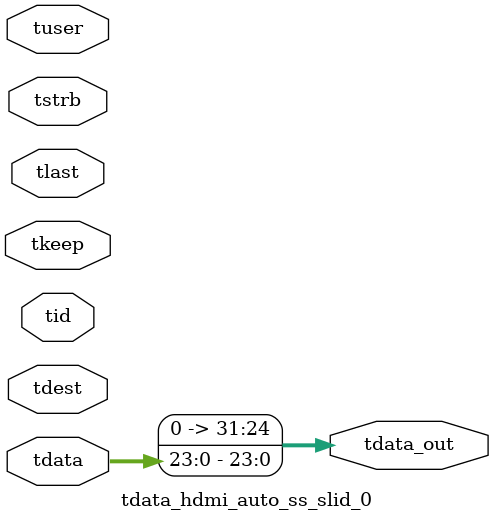
<source format=v>


`timescale 1ps/1ps

module tdata_hdmi_auto_ss_slid_0 #
(
parameter C_S_AXIS_TDATA_WIDTH = 32,
parameter C_S_AXIS_TUSER_WIDTH = 0,
parameter C_S_AXIS_TID_WIDTH   = 0,
parameter C_S_AXIS_TDEST_WIDTH = 0,
parameter C_M_AXIS_TDATA_WIDTH = 32
)
(
input  [(C_S_AXIS_TDATA_WIDTH == 0 ? 1 : C_S_AXIS_TDATA_WIDTH)-1:0     ] tdata,
input  [(C_S_AXIS_TUSER_WIDTH == 0 ? 1 : C_S_AXIS_TUSER_WIDTH)-1:0     ] tuser,
input  [(C_S_AXIS_TID_WIDTH   == 0 ? 1 : C_S_AXIS_TID_WIDTH)-1:0       ] tid,
input  [(C_S_AXIS_TDEST_WIDTH == 0 ? 1 : C_S_AXIS_TDEST_WIDTH)-1:0     ] tdest,
input  [(C_S_AXIS_TDATA_WIDTH/8)-1:0 ] tkeep,
input  [(C_S_AXIS_TDATA_WIDTH/8)-1:0 ] tstrb,
input                                                                    tlast,
output [C_M_AXIS_TDATA_WIDTH-1:0] tdata_out
);

assign tdata_out = {tdata[23:0]};

endmodule


</source>
